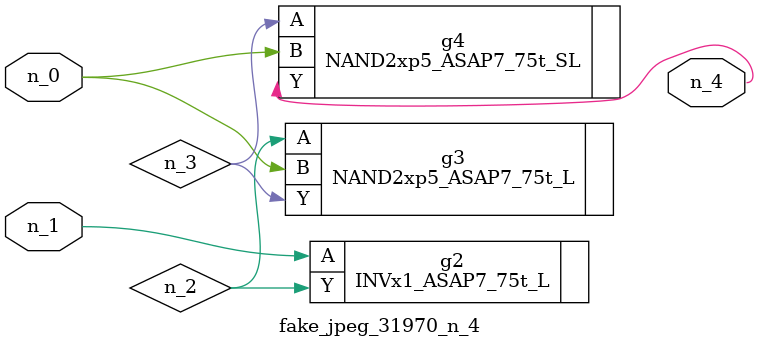
<source format=v>
module fake_jpeg_31970_n_4 (n_0, n_1, n_4);

input n_0;
input n_1;

output n_4;

wire n_3;
wire n_2;

INVx1_ASAP7_75t_L g2 ( 
.A(n_1),
.Y(n_2)
);

NAND2xp5_ASAP7_75t_L g3 ( 
.A(n_2),
.B(n_0),
.Y(n_3)
);

NAND2xp5_ASAP7_75t_SL g4 ( 
.A(n_3),
.B(n_0),
.Y(n_4)
);


endmodule
</source>
